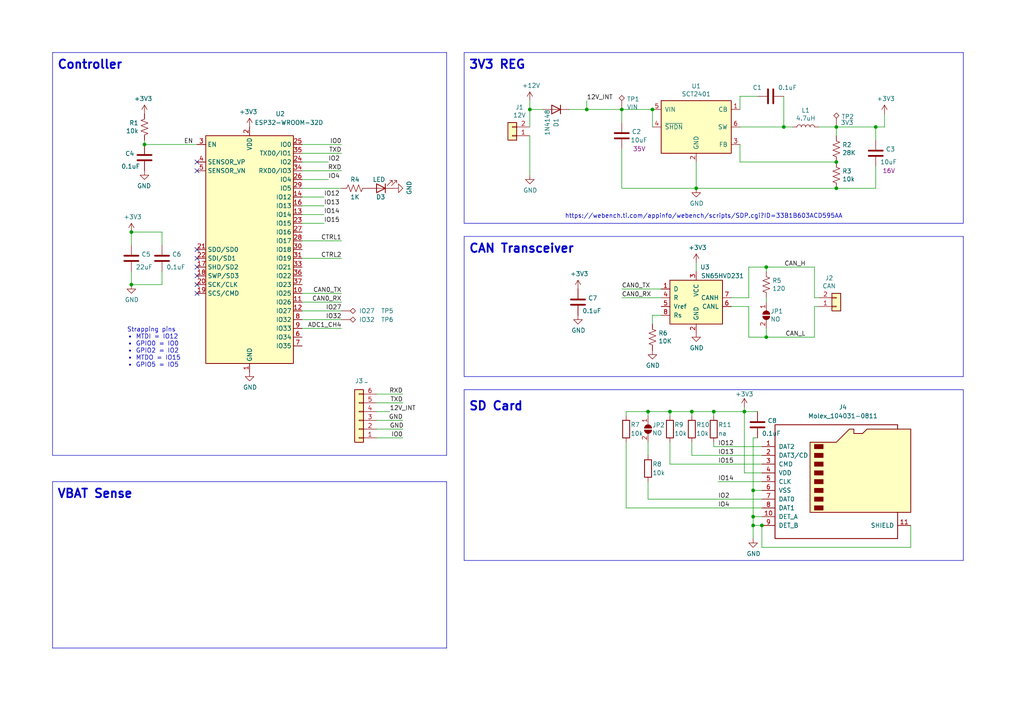
<source format=kicad_sch>
(kicad_sch (version 20230121) (generator eeschema)
  (paper "A4")
  (title_block (title "ESP32 CanLite") (date "2021-10-18") (rev "D") (company "VOLTLOG"))
  (lib_symbols
    (symbol "Connector:Micro_SD_Card_Det_Hirose_DM3AT" (pin_names (offset 1.016))
      (property "Reference" "J" (at -16.51 17.78 0))
      (property "Value" "Micro_SD_Card_Det_Hirose_DM3AT" (at 16.51 17.78 0))
      (symbol "Micro_SD_Card_Det_Hirose_DM3AT_0_1"
        (rectangle (start -7.62 -6.985) (end -5.08 -8.255) (fill (type outline)))
        (rectangle (start -7.62 -4.445) (end -5.08 -5.715) (fill (type outline)))
        (rectangle (start -7.62 -1.905) (end -5.08 -3.175) (fill (type outline)))
        (rectangle (start -7.62 0.635) (end -5.08 -0.635) (fill (type outline)))
        (rectangle (start -7.62 3.175) (end -5.08 1.905) (fill (type outline)))
        (rectangle (start -7.62 5.715) (end -5.08 4.445) (fill (type outline)))
        (rectangle (start -7.62 8.255) (end -5.08 6.985) (fill (type outline)))
        (rectangle (start -7.62 10.795) (end -5.08 9.525) (fill (type outline)))
        (polyline (pts (xy 16.51 15.24) (xy 16.51 16.51) (xy -19.05 16.51) (xy -19.05 -16.51) (xy 16.51 -16.51) (xy 16.51 -8.89)) (stroke (width 0.254)))
        (polyline (pts (xy -8.89 -8.89) (xy -8.89 11.43) (xy -1.27 11.43) (xy 2.54 15.24) (xy 3.81 15.24) (xy 3.81 13.97) (xy 6.35 13.97) (xy 7.62 15.24) (xy 20.32 15.24) (xy 20.32 -8.89) (xy -8.89 -8.89)) (stroke (width 0.254)) (fill (type background)))
      )
      (symbol "Micro_SD_Card_Det_Hirose_DM3AT_1_1"
        (pin bidirectional line (at -22.86 10.16 0) (length 3.81) (name "DAT2") (number "1"))
        (pin passive line (at -22.86 -10.16 0) (length 3.81) (name "DET_A") (number "10"))
        (pin passive line (at 20.32 -12.7 180) (length 3.81) (name "SHIELD") (number "11"))
        (pin bidirectional line (at -22.86 7.62 0) (length 3.81) (name "DAT3/CD") (number "2"))
        (pin input line (at -22.86 5.08 0) (length 3.81) (name "CMD") (number "3"))
        (pin power_in line (at -22.86 2.54 0) (length 3.81) (name "VDD") (number "4"))
        (pin input line (at -22.86 0 0) (length 3.81) (name "CLK") (number "5"))
        (pin power_in line (at -22.86 -2.54 0) (length 3.81) (name "VSS") (number "6"))
        (pin bidirectional line (at -22.86 -5.08 0) (length 3.81) (name "DAT0") (number "7"))
        (pin bidirectional line (at -22.86 -7.62 0) (length 3.81) (name "DAT1") (number "8"))
        (pin passive line (at -22.86 -12.7 0) (length 3.81) (name "DET_B") (number "9"))
      )
    )
    (symbol "Connector:TestPoint_Alt" (pin_numbers hide) (pin_names (offset 0.762) hide)
      (property "Reference" "TP" (at 0 6.858 0))
      (property "Value" "TestPoint_Alt" (at 0 5.08 0))
      (symbol "TestPoint_Alt_0_1"
        (polyline (pts (xy 0 2.54) (xy -0.762 3.302) (xy 0 4.064) (xy 0.762 3.302) (xy 0 2.54)))
      )
      (symbol "TestPoint_Alt_1_1"
        (pin passive line (at 0 0 90) (length 2.54) (name "1") (number "1"))
      )
    )
    (symbol "Connector_Generic:Conn_01x02" (pin_names (offset 1.016) hide)
      (property "Reference" "J" (at 0 2.54 0))
      (property "Value" "Conn_01x02" (at 0 -5.08 0))
      (symbol "Conn_01x02_1_1"
        (rectangle (start -1.27 -2.413) (end 0 -2.667) (stroke (width 0.1524)))
        (rectangle (start -1.27 0.127) (end 0 -0.127) (stroke (width 0.1524)))
        (rectangle (start -1.27 1.27) (end 1.27 -3.81) (stroke (width 0.254)) (fill (type background)))
        (pin passive line (at -5.08 0 0) (length 3.81) (name "Pin_1") (number "1"))
        (pin passive line (at -5.08 -2.54 0) (length 3.81) (name "Pin_2") (number "2"))
      )
    )
    (symbol "Connector_Generic:Conn_01x06" (pin_names (offset 1.016) hide)
      (property "Reference" "J" (at 0 7.62 0))
      (property "Value" "Conn_01x06" (at 0 -10.16 0))
      (symbol "Conn_01x06_1_1"
        (rectangle (start -1.27 -7.493) (end 0 -7.747) (stroke (width 0.1524)))
        (rectangle (start -1.27 -4.953) (end 0 -5.207) (stroke (width 0.1524)))
        (rectangle (start -1.27 -2.413) (end 0 -2.667) (stroke (width 0.1524)))
        (rectangle (start -1.27 0.127) (end 0 -0.127) (stroke (width 0.1524)))
        (rectangle (start -1.27 2.667) (end 0 2.413) (stroke (width 0.1524)))
        (rectangle (start -1.27 5.207) (end 0 4.953) (stroke (width 0.1524)))
        (rectangle (start -1.27 6.35) (end 1.27 -8.89) (stroke (width 0.254)) (fill (type background)))
        (pin passive line (at -5.08 5.08 0) (length 3.81) (name "Pin_1") (number "1"))
        (pin passive line (at -5.08 2.54 0) (length 3.81) (name "Pin_2") (number "2"))
        (pin passive line (at -5.08 0 0) (length 3.81) (name "Pin_3") (number "3"))
        (pin passive line (at -5.08 -2.54 0) (length 3.81) (name "Pin_4") (number "4"))
        (pin passive line (at -5.08 -5.08 0) (length 3.81) (name "Pin_5") (number "5"))
        (pin passive line (at -5.08 -7.62 0) (length 3.81) (name "Pin_6") (number "6"))
      )
    )
    (symbol "Device:C" (pin_numbers hide) (pin_names (offset 0.254))
      (property "Reference" "C" (at 0.635 2.54 0))
      (property "Value" "C" (at 0.635 -2.54 0))
      (symbol "C_0_1"
        (polyline (pts (xy -2.032 -0.762) (xy 2.032 -0.762)) (stroke (width 0.508)))
        (polyline (pts (xy -2.032 0.762) (xy 2.032 0.762)) (stroke (width 0.508)))
      )
      (symbol "C_1_1"
        (pin passive line (at 0 3.81 270) (length 2.794) (name "~") (number "1"))
        (pin passive line (at 0 -3.81 90) (length 2.794) (name "~") (number "2"))
      )
    )
    (symbol "Device:L" (pin_numbers hide) (pin_names (offset 1.016) hide)
      (property "Reference" "L" (at -1.27 0 90))
      (property "Value" "L" (at 1.905 0 90))
      (symbol "L_0_1"
        (arc (start 0 -2.54) (mid 0.6323 -1.905) (end 0 -1.27))
        (arc (start 0 -1.27) (mid 0.6323 -0.635) (end 0 0))
        (arc (start 0 0) (mid 0.6323 0.635) (end 0 1.27))
        (arc (start 0 1.27) (mid 0.6323 1.905) (end 0 2.54))
      )
      (symbol "L_1_1"
        (pin passive line (at 0 3.81 270) (length 1.27) (name "1") (number "1"))
        (pin passive line (at 0 -3.81 90) (length 1.27) (name "2") (number "2"))
      )
    )
    (symbol "Device:LED" (pin_numbers hide) (pin_names (offset 1.016) hide)
      (property "Reference" "D" (at 0 2.54 0))
      (property "Value" "LED" (at 0 -2.54 0))
      (symbol "LED_0_1"
        (polyline (pts (xy -1.27 -1.27) (xy -1.27 1.27)) (stroke (width 0.254)))
        (polyline (pts (xy -1.27 0) (xy 1.27 0)))
        (polyline (pts (xy 1.27 -1.27) (xy 1.27 1.27) (xy -1.27 0) (xy 1.27 -1.27)) (stroke (width 0.254)))
        (polyline (pts (xy -3.048 -0.762) (xy -4.572 -2.286) (xy -3.81 -2.286) (xy -4.572 -2.286) (xy -4.572 -1.524)))
        (polyline (pts (xy -1.778 -0.762) (xy -3.302 -2.286) (xy -2.54 -2.286) (xy -3.302 -2.286) (xy -3.302 -1.524)))
      )
      (symbol "LED_1_1"
        (pin passive line (at -3.81 0 0) (length 2.54) (name "K") (number "1"))
        (pin passive line (at 3.81 0 180) (length 2.54) (name "A") (number "2"))
      )
    )
    (symbol "Device:R" (pin_numbers hide) (pin_names (offset 0))
      (property "Reference" "R" (at 2.032 0 90))
      (property "Value" "R" (at 0 0 90))
      (symbol "R_0_1"
        (rectangle (start -1.016 -2.54) (end 1.016 2.54) (stroke (width 0.254)))
      )
      (symbol "R_1_1"
        (pin passive line (at 0 3.81 270) (length 1.27) (name "~") (number "1"))
        (pin passive line (at 0 -3.81 90) (length 1.27) (name "~") (number "2"))
      )
    )
    (symbol "Device:R_US" (pin_numbers hide) (pin_names (offset 0))
      (property "Reference" "R" (at 2.54 0 90))
      (property "Value" "R_US" (at -2.54 0 90))
      (symbol "R_US_0_1"
        (polyline (pts (xy 0 -2.286) (xy 0 -2.54)))
        (polyline (pts (xy 0 2.286) (xy 0 2.54)))
        (polyline (pts (xy 0 -0.762) (xy 1.016 -1.143) (xy 0 -1.524) (xy -1.016 -1.905) (xy 0 -2.286)))
        (polyline (pts (xy 0 0.762) (xy 1.016 0.381) (xy 0 0) (xy -1.016 -0.381) (xy 0 -0.762)))
        (polyline (pts (xy 0 2.286) (xy 1.016 1.905) (xy 0 1.524) (xy -1.016 1.143) (xy 0 0.762)))
      )
      (symbol "R_US_1_1"
        (pin passive line (at 0 3.81 270) (length 1.27) (name "~") (number "1"))
        (pin passive line (at 0 -3.81 90) (length 1.27) (name "~") (number "2"))
      )
    )
    (symbol "Diode:1N4148" (pin_numbers hide) (pin_names hide)
      (property "Reference" "D" (at 0 2.54 0))
      (property "Value" "1N4148" (at 0 -2.54 0))
      (symbol "1N4148_0_1"
        (polyline (pts (xy -1.27 1.27) (xy -1.27 -1.27)) (stroke (width 0.254)))
        (polyline (pts (xy 1.27 0) (xy -1.27 0)))
        (polyline (pts (xy 1.27 1.27) (xy 1.27 -1.27) (xy -1.27 0) (xy 1.27 1.27)) (stroke (width 0.254)))
      )
      (symbol "1N4148_1_1"
        (pin passive line (at -3.81 0 0) (length 2.54) (name "K") (number "1"))
        (pin passive line (at 3.81 0 180) (length 2.54) (name "A") (number "2"))
      )
    )
    (symbol "Interface_CAN_LIN:SN65HVD231" (pin_names (offset 1.016))
      (property "Reference" "U" (at -2.54 10.16 0))
      (property "Value" "SN65HVD231" (at -2.54 7.62 0))
      (symbol "SN65HVD231_0_1"
        (rectangle (start -7.62 5.08) (end 7.62 -7.62) (stroke (width 0.254)) (fill (type background)))
      )
      (symbol "SN65HVD231_1_1"
        (pin input line (at -10.16 2.54 0) (length 2.54) (name "D") (number "1"))
        (pin power_in line (at 0 -10.16 90) (length 2.54) (name "GND") (number "2"))
        (pin power_in line (at 0 7.62 270) (length 2.54) (name "VCC") (number "3"))
        (pin output line (at -10.16 0 0) (length 2.54) (name "R") (number "4"))
        (pin output line (at -10.16 -2.54 0) (length 2.54) (name "Vref") (number "5"))
        (pin bidirectional line (at 10.16 -2.54 180) (length 2.54) (name "CANL") (number "6"))
        (pin bidirectional line (at 10.16 0 180) (length 2.54) (name "CANH") (number "7"))
        (pin input line (at -10.16 -5.08 0) (length 2.54) (name "Rs") (number "8"))
      )
    )
    (symbol "Jumper:SolderJumper_2_Open" (pin_names (offset 0) hide)
      (property "Reference" "JP" (at 0 2.032 0))
      (property "Value" "SolderJumper_2_Open" (at 0 -2.54 0))
      (symbol "SolderJumper_2_Open_0_1"
        (arc (start -0.254 1.016) (mid -1.2656 0) (end -0.254 -1.016))
        (arc (start -0.254 1.016) (mid -1.2656 0) (end -0.254 -1.016) (fill (type outline)))
        (polyline (pts (xy -0.254 1.016) (xy -0.254 -1.016)))
        (polyline (pts (xy 0.254 1.016) (xy 0.254 -1.016)))
        (arc (start 0.254 -1.016) (mid 1.2656 0) (end 0.254 1.016))
        (arc (start 0.254 -1.016) (mid 1.2656 0) (end 0.254 1.016) (fill (type outline)))
      )
      (symbol "SolderJumper_2_Open_1_1"
        (pin passive line (at -3.81 0 0) (length 2.54) (name "A") (number "1"))
        (pin passive line (at 3.81 0 180) (length 2.54) (name "B") (number "2"))
      )
    )
    (symbol "RF_Module:ESP32-WROOM-32D"
      (property "Reference" "U" (at -12.7 34.29 0))
      (property "Value" "ESP32-WROOM-32D" (at 1.27 34.29 0))
      (symbol "ESP32-WROOM-32D_0_1"
        (rectangle (start -12.7 33.02) (end 12.7 -33.02) (stroke (width 0.254)) (fill (type background)))
      )
      (symbol "ESP32-WROOM-32D_1_1"
        (pin power_in line (at 0 -35.56 90) (length 2.54) (name "GND") (number "1"))
        (pin bidirectional line (at 15.24 -12.7 180) (length 2.54) (name "IO25") (number "10"))
        (pin bidirectional line (at 15.24 -15.24 180) (length 2.54) (name "IO26") (number "11"))
        (pin bidirectional line (at 15.24 -17.78 180) (length 2.54) (name "IO27") (number "12"))
        (pin bidirectional line (at 15.24 10.16 180) (length 2.54) (name "IO14") (number "13"))
        (pin bidirectional line (at 15.24 15.24 180) (length 2.54) (name "IO12") (number "14"))
        (pin passive line (at 0 -35.56 90) (length 2.54) hide (name "GND") (number "15"))
        (pin bidirectional line (at 15.24 12.7 180) (length 2.54) (name "IO13") (number "16"))
        (pin bidirectional line (at -15.24 -5.08 0) (length 2.54) (name "SHD/SD2") (number "17"))
        (pin bidirectional line (at -15.24 -7.62 0) (length 2.54) (name "SWP/SD3") (number "18"))
        (pin bidirectional line (at -15.24 -12.7 0) (length 2.54) (name "SCS/CMD") (number "19"))
        (pin power_in line (at 0 35.56 270) (length 2.54) (name "VDD") (number "2"))
        (pin bidirectional line (at -15.24 -10.16 0) (length 2.54) (name "SCK/CLK") (number "20"))
        (pin bidirectional line (at -15.24 0 0) (length 2.54) (name "SDO/SD0") (number "21"))
        (pin bidirectional line (at -15.24 -2.54 0) (length 2.54) (name "SDI/SD1") (number "22"))
        (pin bidirectional line (at 15.24 7.62 180) (length 2.54) (name "IO15") (number "23"))
        (pin bidirectional line (at 15.24 25.4 180) (length 2.54) (name "IO2") (number "24"))
        (pin bidirectional line (at 15.24 30.48 180) (length 2.54) (name "IO0") (number "25"))
        (pin bidirectional line (at 15.24 20.32 180) (length 2.54) (name "IO4") (number "26"))
        (pin bidirectional line (at 15.24 5.08 180) (length 2.54) (name "IO16") (number "27"))
        (pin bidirectional line (at 15.24 2.54 180) (length 2.54) (name "IO17") (number "28"))
        (pin bidirectional line (at 15.24 17.78 180) (length 2.54) (name "IO5") (number "29"))
        (pin input line (at -15.24 30.48 0) (length 2.54) (name "EN") (number "3"))
        (pin bidirectional line (at 15.24 0 180) (length 2.54) (name "IO18") (number "30"))
        (pin bidirectional line (at 15.24 -2.54 180) (length 2.54) (name "IO19") (number "31"))
        (pin no_connect line (at -12.7 -27.94 0) (length 2.54) hide (name "NC") (number "32"))
        (pin bidirectional line (at 15.24 -5.08 180) (length 2.54) (name "IO21") (number "33"))
        (pin bidirectional line (at 15.24 22.86 180) (length 2.54) (name "RXD0/IO3") (number "34"))
        (pin bidirectional line (at 15.24 27.94 180) (length 2.54) (name "TXD0/IO1") (number "35"))
        (pin bidirectional line (at 15.24 -7.62 180) (length 2.54) (name "IO22") (number "36"))
        (pin bidirectional line (at 15.24 -10.16 180) (length 2.54) (name "IO23") (number "37"))
        (pin passive line (at 0 -35.56 90) (length 2.54) hide (name "GND") (number "38"))
        (pin passive line (at 0 -35.56 90) (length 2.54) hide (name "GND") (number "39"))
        (pin input line (at -15.24 25.4 0) (length 2.54) (name "SENSOR_VP") (number "4"))
        (pin input line (at -15.24 22.86 0) (length 2.54) (name "SENSOR_VN") (number "5"))
        (pin input line (at 15.24 -25.4 180) (length 2.54) (name "IO34") (number "6"))
        (pin input line (at 15.24 -27.94 180) (length 2.54) (name "IO35") (number "7"))
        (pin bidirectional line (at 15.24 -20.32 180) (length 2.54) (name "IO32") (number "8"))
        (pin bidirectional line (at 15.24 -22.86 180) (length 2.54) (name "IO33") (number "9"))
      )
    )
    (symbol "Regulator_Switching:LMR16006YQ" (pin_names (offset 1.016))
      (property "Reference" "U" (at -10.16 11.43 0))
      (property "Value" "LMR16006YQ" (at -10.16 8.89 0))
      (symbol "LMR16006YQ_0_1"
        (rectangle (start -10.16 7.62) (end 10.16 -7.62) (stroke (width 0.254)) (fill (type background)))
      )
      (symbol "LMR16006YQ_1_1"
        (pin input line (at 12.7 5.08 180) (length 2.54) (name "CB") (number "1"))
        (pin power_in line (at 0 -10.16 90) (length 2.54) (name "GND") (number "2"))
        (pin input line (at 12.7 -5.08 180) (length 2.54) (name "FB") (number "3"))
        (pin input line (at -12.7 0 0) (length 2.54) (name "~{SHDN}") (number "4"))
        (pin power_in line (at -12.7 5.08 0) (length 2.54) (name "VIN") (number "5"))
        (pin output line (at 12.7 0 180) (length 2.54) (name "SW") (number "6"))
      )
    )
    (symbol "power:+12V" (power) (pin_names (offset 0))
      (property "Value" "+12V" (at 0 3.556 0))
      (symbol "+12V_0_1"
        (polyline (pts (xy -0.762 1.27) (xy 0 2.54)))
        (polyline (pts (xy 0 0) (xy 0 2.54)))
        (polyline (pts (xy 0 2.54) (xy 0.762 1.27)))
      )
      (symbol "+12V_1_1"
        (pin power_in line (at 0 0 90) (length 0) hide (name "+12V") (number "1"))
      )
    )
    (symbol "power:+3V3" (power) (pin_names (offset 0))
      (property "Value" "+3V3" (at 0 3.556 0))
      (symbol "+3V3_0_1"
        (polyline (pts (xy -0.762 1.27) (xy 0 2.54)))
        (polyline (pts (xy 0 0) (xy 0 2.54)))
        (polyline (pts (xy 0 2.54) (xy 0.762 1.27)))
      )
      (symbol "+3V3_1_1"
        (pin power_in line (at 0 0 90) (length 0) hide (name "+3V3") (number "1"))
      )
    )
    (symbol "power:GND" (power) (pin_names (offset 0))
      (property "Value" "GND" (at 0 -3.81 0))
      (symbol "GND_0_1"
        (polyline (pts (xy 0 0) (xy 0 -1.27) (xy 1.27 -1.27) (xy 0 -2.54) (xy -1.27 -1.27) (xy 0 -1.27)))
      )
      (symbol "GND_1_1"
        (pin power_in line (at 0 0 270) (length 0) hide (name "GND") (number "1"))
      )
    )
  )
  (junction (at 218.44 142.24))
  (junction (at 207.01 119.38))
  (junction (at 38.1 67.31))
  (junction (at 218.44 149.86))
  (junction (at 242.57 54.61))
  (junction (at 215.9 119.38))
  (junction (at 242.57 46.99))
  (junction (at 41.91 41.91))
  (junction (at 170.18 31.75))
  (junction (at 222.25 97.79))
  (junction (at 242.57 36.83))
  (junction (at 187.96 119.38))
  (junction (at 153.67 31.75))
  (junction (at 254 36.83))
  (junction (at 222.25 77.47))
  (junction (at 200.66 119.38))
  (junction (at 38.1 82.55))
  (junction (at 194.31 119.38))
  (junction (at 189.23 31.75))
  (junction (at 180.34 31.75))
  (junction (at 218.44 152.4))
  (junction (at 201.93 54.61))
  (junction (at 227.33 36.83))
  (junction (at 220.98 152.4))
  (no_connect (at 57.15 82.55))
  (no_connect (at 57.15 74.93))
  (no_connect (at 57.15 46.99))
  (no_connect (at 57.15 72.39))
  (no_connect (at 57.15 85.09))
  (no_connect (at 57.15 49.53))
  (no_connect (at 57.15 80.01))
  (no_connect (at 57.15 77.47))
  (wire (pts (xy 46.99 78.74) (xy 46.99 82.55)))
  (wire (pts (xy 242.57 39.37) (xy 242.57 36.83)))
  (wire (pts (xy 220.98 132.08) (xy 200.66 132.08)))
  (wire (pts (xy 170.18 29.21) (xy 170.18 31.75)))
  (wire (pts (xy 109.22 119.38) (xy 113.03 119.38)))
  (polyline (pts (xy 15.24 139.7) (xy 129.54 139.7)))
  (wire (pts (xy 214.63 31.75) (xy 214.63 27.94)))
  (polyline (pts (xy 279.4 68.58) (xy 279.4 109.22)))
  (wire (pts (xy 157.48 31.75) (xy 153.67 31.75)))
  (polyline (pts (xy 129.54 15.24) (xy 129.54 132.08)))
  (wire (pts (xy 218.44 142.24) (xy 218.44 149.86)))
  (wire (pts (xy 116.84 114.3) (xy 109.22 114.3)))
  (wire (pts (xy 38.1 78.74) (xy 38.1 82.55)))
  (wire (pts (xy 236.22 86.36) (xy 237.49 86.36)))
  (wire (pts (xy 99.06 87.63) (xy 87.63 87.63)))
  (wire (pts (xy 222.25 97.79) (xy 236.22 97.79)))
  (wire (pts (xy 236.22 77.47) (xy 236.22 86.36)))
  (wire (pts (xy 99.06 92.71) (xy 87.63 92.71)))
  (polyline (pts (xy 15.24 187.96) (xy 15.24 139.7)))
  (wire (pts (xy 220.98 142.24) (xy 218.44 142.24)))
  (wire (pts (xy 220.98 152.4) (xy 218.44 152.4)))
  (wire (pts (xy 99.06 74.93) (xy 87.63 74.93)))
  (wire (pts (xy 218.44 127) (xy 218.44 142.24)))
  (wire (pts (xy 116.84 124.46) (xy 109.22 124.46)))
  (wire (pts (xy 219.71 127) (xy 218.44 127)))
  (wire (pts (xy 95.25 52.07) (xy 87.63 52.07)))
  (wire (pts (xy 189.23 93.98) (xy 189.23 91.44)))
  (wire (pts (xy 180.34 35.56) (xy 180.34 31.75)))
  (wire (pts (xy 99.06 95.25) (xy 87.63 95.25)))
  (wire (pts (xy 222.25 87.63) (xy 222.25 86.36)))
  (wire (pts (xy 181.61 147.32) (xy 181.61 128.27)))
  (wire (pts (xy 189.23 91.44) (xy 191.77 91.44)))
  (polyline (pts (xy 134.62 68.58) (xy 279.4 68.58)))
  (wire (pts (xy 187.96 119.38) (xy 194.31 119.38)))
  (wire (pts (xy 93.98 62.23) (xy 87.63 62.23)))
  (wire (pts (xy 194.31 119.38) (xy 194.31 120.65)))
  (wire (pts (xy 222.25 77.47) (xy 236.22 77.47)))
  (wire (pts (xy 220.98 147.32) (xy 181.61 147.32)))
  (wire (pts (xy 218.44 149.86) (xy 218.44 152.4)))
  (polyline (pts (xy 15.24 15.24) (xy 129.54 15.24)))
  (wire (pts (xy 236.22 88.9) (xy 237.49 88.9)))
  (polyline (pts (xy 15.24 132.08) (xy 15.24 15.24)))
  (wire (pts (xy 87.63 46.99) (xy 95.25 46.99)))
  (wire (pts (xy 187.96 128.27) (xy 187.96 132.08)))
  (wire (pts (xy 215.9 119.38) (xy 219.71 119.38)))
  (wire (pts (xy 237.49 36.83) (xy 242.57 36.83)))
  (wire (pts (xy 189.23 31.75) (xy 189.23 36.83)))
  (wire (pts (xy 227.33 36.83) (xy 229.87 36.83)))
  (wire (pts (xy 220.98 144.78) (xy 187.96 144.78)))
  (wire (pts (xy 207.01 119.38) (xy 200.66 119.38)))
  (wire (pts (xy 217.17 77.47) (xy 222.25 77.47)))
  (wire (pts (xy 93.98 59.69) (xy 87.63 59.69)))
  (wire (pts (xy 242.57 54.61) (xy 254 54.61)))
  (wire (pts (xy 99.06 90.17) (xy 87.63 90.17)))
  (wire (pts (xy 254 36.83) (xy 256.54 36.83)))
  (wire (pts (xy 214.63 36.83) (xy 227.33 36.83)))
  (polyline (pts (xy 279.4 15.24) (xy 279.4 64.77)))
  (wire (pts (xy 170.18 31.75) (xy 180.34 31.75)))
  (wire (pts (xy 217.17 86.36) (xy 217.17 77.47)))
  (wire (pts (xy 99.06 44.45) (xy 87.63 44.45)))
  (wire (pts (xy 208.28 139.7) (xy 220.98 139.7)))
  (wire (pts (xy 212.09 86.36) (xy 217.17 86.36)))
  (wire (pts (xy 99.06 69.85) (xy 87.63 69.85)))
  (wire (pts (xy 222.25 78.74) (xy 222.25 77.47)))
  (wire (pts (xy 116.84 127) (xy 109.22 127)))
  (wire (pts (xy 38.1 67.31) (xy 38.1 71.12)))
  (wire (pts (xy 217.17 88.9) (xy 217.17 97.79)))
  (wire (pts (xy 220.98 129.54) (xy 207.01 129.54)))
  (wire (pts (xy 215.9 118.11) (xy 215.9 119.38)))
  (polyline (pts (xy 129.54 139.7) (xy 129.54 187.96)))
  (wire (pts (xy 165.1 31.75) (xy 170.18 31.75)))
  (polyline (pts (xy 134.62 162.56) (xy 134.62 113.03)))
  (polyline (pts (xy 129.54 132.08) (xy 15.24 132.08)))
  (wire (pts (xy 93.98 57.15) (xy 87.63 57.15)))
  (wire (pts (xy 116.84 116.84) (xy 109.22 116.84)))
  (wire (pts (xy 200.66 119.38) (xy 200.66 120.65)))
  (wire (pts (xy 218.44 152.4) (xy 218.44 156.21)))
  (polyline (pts (xy 279.4 109.22) (xy 134.62 109.22)))
  (wire (pts (xy 201.93 46.99) (xy 201.93 54.61)))
  (wire (pts (xy 153.67 31.75) (xy 153.67 29.21)))
  (wire (pts (xy 181.61 120.65) (xy 181.61 119.38)))
  (wire (pts (xy 207.01 119.38) (xy 207.01 120.65)))
  (wire (pts (xy 93.98 64.77) (xy 87.63 64.77)))
  (wire (pts (xy 99.06 41.91) (xy 87.63 41.91)))
  (wire (pts (xy 220.98 134.62) (xy 194.31 134.62)))
  (wire (pts (xy 194.31 134.62) (xy 194.31 128.27)))
  (wire (pts (xy 181.61 119.38) (xy 187.96 119.38)))
  (wire (pts (xy 236.22 97.79) (xy 236.22 88.9)))
  (wire (pts (xy 254 40.64) (xy 254 36.83)))
  (wire (pts (xy 201.93 54.61) (xy 242.57 54.61)))
  (wire (pts (xy 212.09 88.9) (xy 217.17 88.9)))
  (wire (pts (xy 46.99 71.12) (xy 46.99 67.31)))
  (wire (pts (xy 180.34 86.36) (xy 191.77 86.36)))
  (wire (pts (xy 201.93 78.74) (xy 201.93 76.2)))
  (wire (pts (xy 180.34 83.82) (xy 191.77 83.82)))
  (wire (pts (xy 87.63 54.61) (xy 99.06 54.61)))
  (wire (pts (xy 227.33 27.94) (xy 227.33 36.83)))
  (wire (pts (xy 215.9 137.16) (xy 215.9 119.38)))
  (wire (pts (xy 256.54 36.83) (xy 256.54 33.02)))
  (polyline (pts (xy 134.62 109.22) (xy 134.62 68.58)))
  (wire (pts (xy 201.93 54.61) (xy 180.34 54.61)))
  (wire (pts (xy 220.98 149.86) (xy 218.44 149.86)))
  (wire (pts (xy 180.34 31.75) (xy 189.23 31.75)))
  (wire (pts (xy 214.63 27.94) (xy 219.71 27.94)))
  (wire (pts (xy 220.98 137.16) (xy 215.9 137.16)))
  (wire (pts (xy 220.98 158.75) (xy 220.98 152.4)))
  (wire (pts (xy 200.66 119.38) (xy 194.31 119.38)))
  (wire (pts (xy 214.63 46.99) (xy 242.57 46.99)))
  (polyline (pts (xy 134.62 113.03) (xy 279.4 113.03)))
  (wire (pts (xy 264.16 152.4) (xy 264.16 158.75)))
  (wire (pts (xy 222.25 95.25) (xy 222.25 97.79)))
  (wire (pts (xy 99.06 49.53) (xy 87.63 49.53)))
  (wire (pts (xy 254 54.61) (xy 254 48.26)))
  (wire (pts (xy 187.96 119.38) (xy 187.96 120.65)))
  (wire (pts (xy 264.16 158.75) (xy 220.98 158.75)))
  (wire (pts (xy 180.34 54.61) (xy 180.34 43.18)))
  (polyline (pts (xy 134.62 15.24) (xy 279.4 15.24)))
  (wire (pts (xy 57.15 41.91) (xy 41.91 41.91)))
  (wire (pts (xy 217.17 97.79) (xy 222.25 97.79)))
  (polyline (pts (xy 134.62 64.77) (xy 279.4 64.77)))
  (polyline (pts (xy 279.4 162.56) (xy 134.62 162.56)))
  (wire (pts (xy 41.91 41.91) (xy 41.91 40.64)))
  (wire (pts (xy 116.84 121.92) (xy 109.22 121.92)))
  (wire (pts (xy 207.01 119.38) (xy 215.9 119.38)))
  (polyline (pts (xy 134.62 64.77) (xy 134.62 15.24)))
  (wire (pts (xy 46.99 67.31) (xy 38.1 67.31)))
  (wire (pts (xy 242.57 36.83) (xy 254 36.83)))
  (wire (pts (xy 38.1 82.55) (xy 46.99 82.55)))
  (wire (pts (xy 153.67 39.37) (xy 153.67 50.8)))
  (wire (pts (xy 187.96 139.7) (xy 187.96 144.78)))
  (wire (pts (xy 153.67 36.83) (xy 153.67 31.75)))
  (polyline (pts (xy 15.24 187.96) (xy 129.54 187.96)))
  (polyline (pts (xy 279.4 113.03) (xy 279.4 162.56)))
  (wire (pts (xy 200.66 132.08) (xy 200.66 128.27)))
  (wire (pts (xy 87.63 85.09) (xy 99.06 85.09)))
  (wire (pts (xy 214.63 41.91) (xy 214.63 46.99)))
  (wire (pts (xy 207.01 129.54) (xy 207.01 128.27)))
  (text "SD Card" (at 135.89 119.38 0) (effects (font (size 2.4892 2.4892) (thickness 0.4978) bold) (justify left bottom)))
  (text "3V3 REG" (at 135.89 20.32 0) (effects (font (size 2.4892 2.4892) (thickness 0.4978) bold) (justify left bottom)))
  (text "Controller" (at 16.51 20.32 0) (effects (font (size 2.4892 2.4892) (thickness 0.4978) bold) (justify left bottom)))
  (text "CAN Transceiver" (at 135.89 73.66 0) (effects (font (size 2.4892 2.4892) (thickness 0.4978) bold) (justify left bottom)))
  (text "Strapping pins\n• MTDI = IO12\n• GPIO0 = IO0\n• GPIO2 = IO2\n• MTDO = IO15\n• GPIO5 = IO5" (at 36.83 106.68 0) (effects (font (size 1.27 1.27)) (justify left bottom)))
  (text "https://webench.ti.com/appinfo/webench/scripts/SDP.cgi?ID=33B1B603ACD595AA" (at 163.83 63.5 0) (effects (font (size 1.27 1.27)) (justify left bottom)))
  (text "VBAT Sense" (at 16.51 144.78 0) (effects (font (size 2.4892 2.4892) (thickness 0.4978) bold) (justify left bottom)))
  (label "IO13" (at 208.28 132.08 0))
  (label "IO14" (at 208.28 139.7 0))
  (label "IO0" (at 116.84 127 180))
  (label "RXD" (at 99.06 49.53 180))
  (label "12V_INT" (at 113.03 119.38 0))
  (label "12V_INT" (at 170.18 29.21 0))
  (label "CTRL2" (at 99.06 74.93 180))
  (label "TXD" (at 116.84 116.84 180))
  (label "CAN_L" (at 233.68 97.79 180))
  (label "IO2" (at 95.25 46.99 0))
  (label "IO4" (at 208.28 147.32 0))
  (label "GND" (at 116.84 121.92 180))
  (label "IO13" (at 93.98 59.69 0))
  (label "IO32" (at 99.06 92.71 180))
  (label "RXD" (at 116.84 114.3 180))
  (label "IO15" (at 93.98 64.77 0))
  (label "IO4" (at 95.25 52.07 0))
  (label "CAN0_RX" (at 99.06 87.63 180))
  (label "IO27" (at 99.06 90.17 180))
  (label "TXD" (at 99.06 44.45 180))
  (label "CAN_H" (at 233.68 77.47 180))
  (label "CAN0_RX" (at 180.34 86.36 0))
  (label "IO2" (at 208.28 144.78 0))
  (label "GND" (at 113.03 124.46 0))
  (label "IO14" (at 93.98 62.23 0))
  (label "IO15" (at 208.28 134.62 0))
  (label "IO0" (at 99.06 41.91 180))
  (label "IO12" (at 208.28 129.54 0))
  (label "EN" (at 53.34 41.91 0))
  (label "CAN0_TX" (at 99.06 85.09 180))
  (label "ADC1_CH4" (at 99.06 95.25 180))
  (label "CAN0_TX" (at 180.34 83.82 0))
  (label "IO12" (at 93.98 57.15 0))
  (label "CTRL1" (at 99.06 69.85 180))
  (symbol (lib_id "Device:R_US") (at 41.91 36.83 0) (mirror y) (unit 1)
    (property "Reference" "R1" (at 40.1828 35.6616 0) (effects (justify left)))
    (property "Value" "10k" (at 40.1828 37.973 0) (effects (justify left)))
    (property "Footprint" "Resistor_SMD:R_0603_1608Metric" (effects hide))
    (property "LCSC" "C25804" (effects hide))
  )
  (symbol (lib_id "Device:LED") (at 110.49 54.61 180) (unit 1)
    (property "Reference" "D3" (at 111.76 57.15 0) (effects (justify left)))
    (property "Value" "LED" (at 111.76 52.07 0) (effects (justify left)))
    (property "Footprint" "LED_SMD:LED_0603_1608Metric" (effects hide))
    (property "LCSC" "C84256" (effects hide))
  )
  (symbol (lib_id "Device:C") (at 46.99 74.93 0) (unit 1)
    (property "Reference" "C6" (at 49.911 73.7616 0) (effects (justify left)))
    (property "Value" "0.1uF" (at 48.26 77.47 0) (effects (justify left)))
    (property "Footprint" "Capacitor_SMD:C_0603_1608Metric" (effects hide))
    (property "LCSC" "C14663" (effects hide))
  )
  (symbol (lib_id "power:GND") (at 38.1 82.55 0) (unit 1)
    (property "Reference" "#PWR011" (effects hide))
    (property "Value" "GND" (at 38.227 86.9442 0))
  )
  (symbol (lib_id "power:+3V3") (at 38.1 67.31 0) (unit 1)
    (property "Reference" "#PWR09" (effects hide))
    (property "Value" "+3V3" (at 38.481 62.9158 0))
  )
  (symbol (lib_id "Device:R_US") (at 189.23 97.79 0) (unit 1)
    (property "Reference" "R6" (at 190.9572 96.6216 0) (effects (justify left)))
    (property "Value" "10K" (at 190.9572 98.933 0) (effects (justify left)))
    (property "Footprint" "Resistor_SMD:R_0603_1608Metric" (effects hide))
  )
  (symbol (lib_id "Interface_CAN_LIN:SN65HVD231") (at 201.93 86.36 0) (unit 1)
    (property "Reference" "U3" (at 204.47 77.47 0))
    (property "Value" "SN65HVD231" (at 209.55 80.01 0))
    (property "Footprint" "Package_SO:SOIC-8_3.9x4.9mm_P1.27mm" (effects hide))
    (property "Datasheet" "http://www.ti.com/lit/ds/symlink/sn65hvd230.pdf" (effects hide))
    (property "LCSC" "C12084" (effects hide))
  )
  (symbol (lib_id "Device:L") (at 233.68 36.83 90) (unit 1)
    (property "Reference" "L1" (at 233.68 32.004 90))
    (property "Value" "4.7uH" (at 233.68 34.3154 90))
    (property "Footprint" "Inductor_SMD:L_1210_3225Metric" (effects hide))
    (property "PN" "PSPMAA0603-8R2M-ANF" (effects hide))
    (property "LCSC" "C90319" (effects hide))
  )
  (symbol (lib_id "Device:C") (at 254 44.45 0) (unit 1)
    (property "Reference" "C3" (at 256.921 43.2816 0) (effects (justify left)))
    (property "Value" "10uF" (at 255.27 46.99 0) (effects (justify left)))
    (property "Footprint" "Capacitor_SMD:C_0805_2012Metric" (effects hide))
    (property "Datasheet" "https://datasheet.lcsc.com/szlcsc/1912111437_Murata-Electronics-GRM31CR70J226KE19L_C408152.pdf" (effects hide))
    (property "PN" "GRM31CR70J226KE19L" (effects hide))
    (property "LCSC" "C15850" (effects hide))
    (property "Voltage" "16V" (at 257.81 49.53 0))
  )
  (symbol (lib_id "power:+3V3") (at 256.54 33.02 0) (unit 1)
    (property "Reference" "#PWR03" (effects hide))
    (property "Value" "+3V3" (at 256.921 28.6258 0))
  )
  (symbol (lib_id "Device:C") (at 180.34 39.37 0) (unit 1)
    (property "Reference" "C2" (at 183.261 38.2016 0) (effects (justify left)))
    (property "Value" "10uF" (at 182.88 40.64 0) (effects (justify left)))
    (property "Footprint" "Capacitor_SMD:C_0805_2012Metric" (effects hide))
    (property "Datasheet" "https://datasheet.lcsc.com/szlcsc/1912111437_Murata-Electronics-GRM21BR61E106MA73L_C391262.pdf" (effects hide))
    (property "PN" "GRM21BR61E106MA73L" (effects hide))
    (property "LCSC" "C15850" (effects hide))
    (property "Voltage" "35V" (at 185.42 43.18 0))
  )
  (symbol (lib_id "power:GND") (at 201.93 54.61 0) (unit 1)
    (property "Reference" "#PWR08" (effects hide))
    (property "Value" "GND" (at 202.057 59.0042 0))
  )
  (symbol (lib_id "power:+12V") (at 153.67 29.21 0) (unit 1)
    (property "Reference" "#PWR01" (effects hide))
    (property "Value" "+12V" (at 154.051 24.8158 0))
  )
  (symbol (lib_id "power:+3V3") (at 41.91 33.02 0) (mirror y) (unit 1)
    (property "Reference" "#PWR02" (effects hide))
    (property "Value" "+3V3" (at 41.529 28.6258 0))
  )
  (symbol (lib_id "Device:R_US") (at 102.87 54.61 270) (unit 1)
    (property "Reference" "R4" (at 101.6 52.07 90) (effects (justify left)))
    (property "Value" "1K" (at 101.6 57.15 90) (effects (justify left)))
    (property "Footprint" "Resistor_SMD:R_0603_1608Metric" (effects hide))
    (property "LCSC" "C21190" (effects hide))
  )
  (symbol (lib_id "Device:C") (at 167.64 87.63 0) (unit 1)
    (property "Reference" "C7" (at 170.561 86.4616 0) (effects (justify left)))
    (property "Value" "0.1uF" (at 168.91 90.17 0) (effects (justify left)))
    (property "Footprint" "Capacitor_SMD:C_0603_1608Metric" (effects hide))
    (property "LCSC" "C14663" (effects hide))
  )
  (symbol (lib_id "Connector_Generic:Conn_01x06") (at 104.14 121.92 180) (unit 1)
    (property "Reference" "J3" (at 104.14 110.49 0))
    (property "Value" "~" (at 106.2228 110.8964 0))
    (property "Footprint" "Connector_PinHeader_2.54mm:PinHeader_1x06_P2.54mm_Vertical" (effects hide))
  )
  (symbol (lib_id "power:+3V3") (at 201.93 76.2 0) (unit 1)
    (property "Reference" "#PWR010" (effects hide))
    (property "Value" "+3V3" (at 202.311 71.8058 0))
  )
  (symbol (lib_id "power:GND") (at 201.93 96.52 0) (unit 1)
    (property "Reference" "#PWR014" (effects hide))
    (property "Value" "GND" (at 202.057 100.9142 0))
  )
  (symbol (lib_id "power:+3V3") (at 167.64 83.82 0) (unit 1)
    (property "Reference" "#PWR012" (effects hide))
    (property "Value" "+3V3" (at 168.021 79.4258 0))
  )
  (symbol (lib_id "power:GND") (at 167.64 91.44 0) (unit 1)
    (property "Reference" "#PWR013" (effects hide))
    (property "Value" "GND" (at 167.767 95.8342 0))
  )
  (symbol (lib_id "Connector:TestPoint_Alt") (at 242.57 36.83 0) (unit 1)
    (property "Reference" "TP2" (at 244.0432 33.8328 0) (effects (justify left)))
    (property "Value" "3V3" (at 243.84 35.56 0) (effects (justify left)))
    (property "Footprint" "TestPoint:TestPoint_Pad_D1.0mm" (effects hide))
  )
  (symbol (lib_id "Connector:TestPoint_Alt") (at 180.34 31.75 0) (unit 1)
    (property "Reference" "TP1" (at 181.8132 28.7528 0) (effects (justify left)))
    (property "Value" "VIN" (at 181.8132 31.0642 0) (effects (justify left)))
    (property "Footprint" "TestPoint:TestPoint_Pad_D1.0mm" (effects hide))
  )
  (symbol (lib_id "power:GND") (at 189.23 101.6 0) (unit 1)
    (property "Reference" "#PWR015" (effects hide))
    (property "Value" "GND" (at 189.357 105.9942 0))
  )
  (symbol (lib_id "Device:R_US") (at 222.25 82.55 0) (unit 1)
    (property "Reference" "R5" (at 223.9772 81.3816 0) (effects (justify left)))
    (property "Value" "120" (at 223.9772 83.693 0) (effects (justify left)))
    (property "Footprint" "Resistor_SMD:R_0603_1608Metric" (effects hide))
    (property "LCSC" "C22787" (effects hide))
  )
  (symbol (lib_id "Jumper:SolderJumper_2_Open") (at 222.25 91.44 270) (unit 1)
    (property "Reference" "JP1" (at 223.4692 90.2716 90) (effects (justify left)))
    (property "Value" "NO" (at 223.4692 92.583 90) (effects (justify left)))
    (property "Footprint" "Jumper:SolderJumper-2_P1.3mm_Open_TrianglePad1.0x1.5mm" (effects hide))
  )
  (symbol (lib_id "power:GND") (at 114.3 54.61 90) (unit 1)
    (property "Reference" "#PWR07" (effects hide))
    (property "Value" "GND" (at 118.6942 54.483 0))
  )
  (symbol (lib_id "Device:R_US") (at 242.57 43.18 0) (unit 1)
    (property "Reference" "R2" (at 244.2972 42.0116 0) (effects (justify left)))
    (property "Value" "28K" (at 244.2972 44.323 0) (effects (justify left)))
    (property "Footprint" "Resistor_SMD:R_0603_1608Metric" (effects hide))
    (property "LCSC" "C22984" (effects hide))
  )
  (symbol (lib_id "Device:C") (at 38.1 74.93 0) (unit 1)
    (property "Reference" "C5" (at 41.021 73.7616 0) (effects (justify left)))
    (property "Value" "22uF" (at 39.37 77.47 0) (effects (justify left)))
    (property "Footprint" "Capacitor_SMD:C_0805_2012Metric" (effects hide))
    (property "Datasheet" "https://datasheet.lcsc.com/szlcsc/1912111437_Murata-Electronics-GRM31CR70J226KE19L_C408152.pdf" (effects hide))
    (property "PN" "GRM31CR70J226KE19L" (effects hide))
    (property "LCSC" "C45783" (effects hide))
  )
  (symbol (lib_id "Device:C") (at 41.91 45.72 0) (mirror y) (unit 1)
    (property "Reference" "C4" (at 38.989 44.5516 0) (effects (justify left)))
    (property "Value" "0.1uF" (at 40.64 48.26 0) (effects (justify left)))
    (property "Footprint" "Capacitor_SMD:C_0603_1608Metric" (effects hide))
    (property "LCSC" "C14663" (effects hide))
  )
  (symbol (lib_id "power:GND") (at 41.91 49.53 0) (mirror y) (unit 1)
    (property "Reference" "#PWR05" (effects hide))
    (property "Value" "GND" (at 41.783 53.9242 0))
  )
  (symbol (lib_id "Connector_Generic:Conn_01x02") (at 242.57 88.9 0) (mirror x) (unit 1)
    (property "Reference" "J2" (at 240.4872 80.645 0))
    (property "Value" "CAN" (at 240.4872 82.9564 0))
    (property "Footprint" "TerminalBlock_RND:TerminalBlock_RND_205-00232_1x02_P5.08mm_Horizontal" (effects hide))
  )
  (symbol (lib_id "Connector_Generic:Conn_01x02") (at 148.59 39.37 180) (unit 1)
    (property "Reference" "J1" (at 150.6728 31.115 0))
    (property "Value" "12V" (at 150.6728 33.4264 0))
    (property "Footprint" "TerminalBlock_RND:TerminalBlock_RND_205-00232_1x02_P5.08mm_Horizontal" (effects hide))
  )
  (symbol (lib_id "power:GND") (at 153.67 50.8 0) (unit 1)
    (property "Reference" "#PWR06" (effects hide))
    (property "Value" "GND" (at 153.797 55.1942 0))
  )
  (symbol (lib_id "voltlog:VOLTLOG_LOGO") (at 166.37 185.42 0) (unit 1)
    (property "Reference" "V1" (effects hide))
    (property "Value" "VOLTLOG_LOGO" (effects hide))
    (property "Footprint" "Voltlog:voltlog_mask_3mm" (effects hide))
  )
  (symbol (lib_id "Regulator_Switching:LMR16006YQ") (at 201.93 36.83 0) (unit 1)
    (property "Reference" "U1" (at 201.93 24.9682 0))
    (property "Value" "SCT2401" (at 201.93 27.2796 0))
    (property "Footprint" "Package_TO_SOT_SMD:SOT-23-6" (effects hide))
    (property "Datasheet" "https://www.ti.com/lit/ds/symlink/lmr14006.pdf?ts=1611109108480" (effects hide))
    (property "LCSC" "C2830166" (effects hide))
  )
  (symbol (lib_id "Device:R_US") (at 242.57 50.8 0) (unit 1)
    (property "Reference" "R3" (at 244.2972 49.6316 0) (effects (justify left)))
    (property "Value" "10k" (at 244.2972 51.943 0) (effects (justify left)))
    (property "Footprint" "Resistor_SMD:R_0603_1608Metric" (effects hide))
    (property "LCSC" "C25804" (effects hide))
  )
  (symbol (lib_id "Device:C") (at 223.52 27.94 90) (unit 1)
    (property "Reference" "C1" (at 220.98 25.4 90) (effects (justify left)))
    (property "Value" "0.1uF" (at 231.14 25.4 90) (effects (justify left)))
    (property "Footprint" "Capacitor_SMD:C_0603_1608Metric" (effects hide))
    (property "LCSC" "C14663" (effects hide))
  )
  (symbol (lib_id "RF_Module:ESP32-WROOM-32D") (at 72.39 72.39 0) (unit 1)
    (property "Reference" "U2" (at 81.28 33.02 0))
    (property "Value" "ESP32-WROOM-32D" (at 83.82 35.56 0))
    (property "Footprint" "RF_Module:ESP32-WROOM-32" (effects hide))
    (property "Datasheet" "https://www.espressif.com/sites/default/files/documentation/esp32-wroom-32d_esp32-wroom-32u_datasheet_en.pdf" (effects hide))
    (property "LCSC" "C82899" (effects hide))
  )
  (symbol (lib_id "power:+3V3") (at 72.39 36.83 0) (mirror y) (unit 1)
    (property "Reference" "#PWR04" (effects hide))
    (property "Value" "+3V3" (at 72.009 32.4358 0))
  )
  (symbol (lib_id "power:GND") (at 72.39 107.95 0) (unit 1)
    (property "Reference" "#PWR016" (effects hide))
    (property "Value" "GND" (at 72.517 112.3442 0))
  )
  (symbol (lib_id "Connector:TestPoint_Alt") (at 99.06 90.17 270) (unit 1)
    (property "Reference" "TP5" (at 110.49 90.17 90) (effects (justify left)))
    (property "Value" "IO27" (at 104.14 90.17 90) (effects (justify left)))
    (property "Footprint" "TestPoint:TestPoint_Pad_D1.0mm" (effects hide))
  )
  (symbol (lib_id "Connector:TestPoint_Alt") (at 99.06 92.71 270) (unit 1)
    (property "Reference" "TP6" (at 110.49 92.71 90) (effects (justify left)))
    (property "Value" "IO32" (at 104.14 92.71 90) (effects (justify left)))
    (property "Footprint" "TestPoint:TestPoint_Pad_D1.0mm" (effects hide))
  )
  (symbol (lib_id "Diode:1N4148") (at 161.29 31.75 180) (unit 1)
    (property "Reference" "D1" (at 161.29 35.56 90))
    (property "Value" "1N4148" (at 158.75 35.56 90))
    (property "Footprint" "Diode_SMD:D_SOD-323" (effects hide))
    (property "Datasheet" "https://assets.nexperia.com/documents/data-sheet/1N4148_1N4448.pdf" (effects hide))
    (property "Sim.Device" "D" (effects hide))
    (property "Sim.Pins" "1=K 2=A" (effects hide))
    (property "LCSC" "C2128" (effects hide))
  )
  (symbol (lib_id "Device:R") (at 200.66 124.46 180) (unit 1)
    (property "Reference" "R10" (at 201.93 123.19 0) (effects (justify right)))
    (property "Value" "10k" (at 201.93 125.73 0) (effects (justify right)))
    (property "Footprint" "Resistor_SMD:R_0603_1608Metric" (effects hide))
    (property "LCSC" "C25804" (effects hide))
  )
  (symbol (lib_id "Device:R") (at 187.96 135.89 180) (unit 1)
    (property "Reference" "R8" (at 189.23 134.62 0) (effects (justify right)))
    (property "Value" "10k" (at 189.23 137.16 0) (effects (justify right)))
    (property "Footprint" "Resistor_SMD:R_0603_1608Metric" (effects hide))
    (property "LCSC" "C25804" (effects hide))
  )
  (symbol (lib_id "Connector:Micro_SD_Card_Det_Hirose_DM3AT") (at 243.84 139.7 0) (unit 1)
    (property "Reference" "J4" (at 244.475 118.11 0))
    (property "Value" "Molex_104031-0811" (at 244.475 120.65 0))
    (property "Footprint" "Connector_Card:microSD_HC_Molex_104031-0811" (effects hide))
    (property "Part" "104031-0811" (effects hide))
    (property "LCSC" "C330255" (effects hide))
  )
  (symbol (lib_id "Device:R") (at 194.31 124.46 180) (unit 1)
    (property "Reference" "R9" (at 195.58 123.19 0) (effects (justify right)))
    (property "Value" "10k" (at 195.58 125.73 0) (effects (justify right)))
    (property "Footprint" "Resistor_SMD:R_0603_1608Metric" (effects hide))
    (property "LCSC" "C25804" (effects hide))
  )
  (symbol (lib_id "power:GND") (at 218.44 156.21 0) (unit 1)
    (property "Reference" "#PWR017" (effects hide))
    (property "Value" "GND" (at 218.567 160.6042 0))
  )
  (symbol (lib_id "Device:R") (at 207.01 124.46 180) (unit 1)
    (property "Reference" "R11" (at 208.28 123.19 0) (effects (justify right)))
    (property "Value" "na" (at 208.28 125.73 0) (effects (justify right)))
    (property "Footprint" "Resistor_SMD:R_0603_1608Metric" (effects hide))
  )
  (symbol (lib_id "Device:C") (at 219.71 123.19 0) (unit 1)
    (property "Reference" "C8" (at 222.631 122.0216 0) (effects (justify left)))
    (property "Value" "0.1uF" (at 220.98 125.73 0) (effects (justify left)))
    (property "Footprint" "Capacitor_SMD:C_0603_1608Metric" (effects hide))
    (property "LCSC" "C14663" (effects hide))
  )
  (symbol (lib_id "Device:R") (at 181.61 124.46 180) (unit 1)
    (property "Reference" "R7" (at 182.88 123.19 0) (effects (justify right)))
    (property "Value" "10k" (at 182.88 125.73 0) (effects (justify right)))
    (property "Footprint" "Resistor_SMD:R_0603_1608Metric" (effects hide))
    (property "LCSC" "C25804" (effects hide))
  )
  (symbol (lib_id "Jumper:SolderJumper_2_Open") (at 187.96 124.46 270) (unit 1)
    (property "Reference" "JP2" (at 189.1792 123.2916 90) (effects (justify left)))
    (property "Value" "NO" (at 189.1792 125.603 90) (effects (justify left)))
    (property "Footprint" "Jumper:SolderJumper-2_P1.3mm_Open_TrianglePad1.0x1.5mm" (effects hide))
  )
  (symbol (lib_id "power:+3V3") (at 215.9 118.11 0) (unit 1)
    (property "Reference" "#PWR018" (effects hide))
    (property "Value" "+3V3" (at 215.9 114.3 0))
  )
)
</source>
